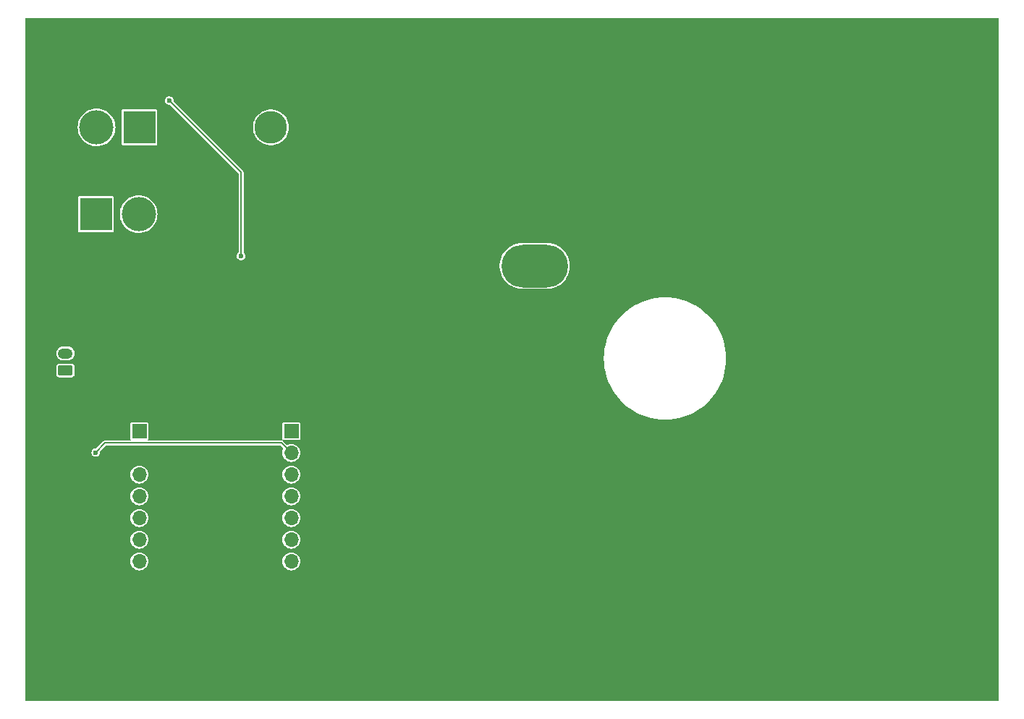
<source format=gbr>
%TF.GenerationSoftware,KiCad,Pcbnew,8.0.4*%
%TF.CreationDate,2025-02-03T15:53:43-05:00*%
%TF.ProjectId,AerospaceBigButton,4165726f-7370-4616-9365-426967427574,rev?*%
%TF.SameCoordinates,Original*%
%TF.FileFunction,Copper,L2,Bot*%
%TF.FilePolarity,Positive*%
%FSLAX46Y46*%
G04 Gerber Fmt 4.6, Leading zero omitted, Abs format (unit mm)*
G04 Created by KiCad (PCBNEW 8.0.4) date 2025-02-03 15:53:43*
%MOMM*%
%LPD*%
G01*
G04 APERTURE LIST*
G04 Aperture macros list*
%AMRoundRect*
0 Rectangle with rounded corners*
0 $1 Rounding radius*
0 $2 $3 $4 $5 $6 $7 $8 $9 X,Y pos of 4 corners*
0 Add a 4 corners polygon primitive as box body*
4,1,4,$2,$3,$4,$5,$6,$7,$8,$9,$2,$3,0*
0 Add four circle primitives for the rounded corners*
1,1,$1+$1,$2,$3*
1,1,$1+$1,$4,$5*
1,1,$1+$1,$6,$7*
1,1,$1+$1,$8,$9*
0 Add four rect primitives between the rounded corners*
20,1,$1+$1,$2,$3,$4,$5,0*
20,1,$1+$1,$4,$5,$6,$7,0*
20,1,$1+$1,$6,$7,$8,$9,0*
20,1,$1+$1,$8,$9,$2,$3,0*%
G04 Aperture macros list end*
%TA.AperFunction,ComponentPad*%
%ADD10C,3.600000*%
%TD*%
%TA.AperFunction,ConnectorPad*%
%ADD11C,5.600000*%
%TD*%
%TA.AperFunction,ComponentPad*%
%ADD12RoundRect,0.250000X0.625000X-0.350000X0.625000X0.350000X-0.625000X0.350000X-0.625000X-0.350000X0*%
%TD*%
%TA.AperFunction,ComponentPad*%
%ADD13O,1.750000X1.200000*%
%TD*%
%TA.AperFunction,ComponentPad*%
%ADD14R,3.800000X3.800000*%
%TD*%
%TA.AperFunction,ComponentPad*%
%ADD15C,3.800000*%
%TD*%
%TA.AperFunction,ComponentPad*%
%ADD16O,7.800000X5.000000*%
%TD*%
%TA.AperFunction,ComponentPad*%
%ADD17O,9.400000X5.000000*%
%TD*%
%TA.AperFunction,ComponentPad*%
%ADD18C,4.000000*%
%TD*%
%TA.AperFunction,ComponentPad*%
%ADD19R,1.700000X1.700000*%
%TD*%
%TA.AperFunction,ComponentPad*%
%ADD20O,1.700000X1.700000*%
%TD*%
%TA.AperFunction,ViaPad*%
%ADD21C,0.600000*%
%TD*%
%TA.AperFunction,Conductor*%
%ADD22C,0.200000*%
%TD*%
G04 APERTURE END LIST*
D10*
%TO.P,H4,1,1*%
%TO.N,GND*%
X55000000Y-90000000D03*
D11*
X55000000Y-90000000D03*
%TD*%
D10*
%TO.P,H1,1,1*%
%TO.N,GND*%
X55000000Y-20000000D03*
D11*
X55000000Y-20000000D03*
%TD*%
D12*
%TO.P,J6,1,Pin_1*%
%TO.N,Net-(J6-Pin_1)*%
X54850000Y-56400000D03*
D13*
%TO.P,J6,2,Pin_2*%
%TO.N,+5V*%
X54850000Y-54400000D03*
%TO.P,J6,3,Pin_3*%
%TO.N,GND*%
X54850000Y-52400000D03*
%TD*%
D14*
%TO.P,J3,1,Pin_1*%
%TO.N,GND*%
X83900000Y-27940000D03*
D15*
%TO.P,J3,2,Pin_2*%
%TO.N,VCC*%
X78900000Y-27940000D03*
%TD*%
D10*
%TO.P,H3,1,1*%
%TO.N,GND*%
X160000000Y-90000000D03*
D11*
X160000000Y-90000000D03*
%TD*%
D16*
%TO.P,SW1,1,A*%
%TO.N,/BIGSWITCH*%
X109760000Y-44150000D03*
D17*
%TO.P,SW1,2,B*%
%TO.N,GND*%
X135160000Y-34260000D03*
%TD*%
D10*
%TO.P,H2,1,1*%
%TO.N,GND*%
X160000000Y-20000000D03*
D11*
X160000000Y-20000000D03*
%TD*%
D14*
%TO.P,J5,1,Pin_1*%
%TO.N,/PYRO*%
X58420000Y-38100000D03*
D18*
%TO.P,J5,2,Pin_2*%
%TO.N,VCC*%
X63420000Y-38100000D03*
%TD*%
D19*
%TO.P,J1,1,Pin_1*%
%TO.N,+5V*%
X63500000Y-63500000D03*
D20*
%TO.P,J1,2,Pin_2*%
%TO.N,GND*%
X63500000Y-66040000D03*
%TO.P,J1,3,Pin_3*%
%TO.N,+3V3*%
X63500000Y-68580000D03*
%TO.P,J1,4,Pin_4*%
%TO.N,unconnected-(J1-Pin_4-Pad4)*%
X63500000Y-71120000D03*
%TO.P,J1,5,Pin_5*%
%TO.N,unconnected-(J1-Pin_5-Pad5)*%
X63500000Y-73660000D03*
%TO.P,J1,6,Pin_6*%
%TO.N,unconnected-(J1-Pin_6-Pad6)*%
X63500000Y-76200000D03*
%TO.P,J1,7,Pin_7*%
%TO.N,unconnected-(J1-Pin_7-Pad7)*%
X63500000Y-78740000D03*
%TD*%
D14*
%TO.P,J4,1,Pin_1*%
%TO.N,Net-(J4-Pin_1)*%
X63500000Y-27940000D03*
D18*
%TO.P,J4,2,Pin_2*%
%TO.N,/PYRO*%
X58500000Y-27940000D03*
%TD*%
D19*
%TO.P,J2,1,Pin_1*%
%TO.N,/VINSENSE*%
X81280000Y-63500000D03*
D20*
%TO.P,J2,2,Pin_2*%
%TO.N,/ARMED*%
X81280000Y-66040000D03*
%TO.P,J2,3,Pin_3*%
%TO.N,/CONT*%
X81280000Y-68580000D03*
%TO.P,J2,4,Pin_4*%
%TO.N,unconnected-(J2-Pin_4-Pad4)*%
X81280000Y-71120000D03*
%TO.P,J2,5,Pin_5*%
%TO.N,/FIRE*%
X81280000Y-73660000D03*
%TO.P,J2,6,Pin_6*%
%TO.N,/BIGSWITCH*%
X81280000Y-76200000D03*
%TO.P,J2,7,Pin_7*%
%TO.N,unconnected-(J2-Pin_7-Pad7)*%
X81280000Y-78740000D03*
%TD*%
D21*
%TO.N,/ARMED*%
X58400000Y-66000000D03*
%TO.N,GND*%
X152400000Y-50000000D03*
X52000000Y-38800000D03*
X119000000Y-89800000D03*
X86800000Y-20400000D03*
X64000000Y-19000000D03*
X61600000Y-58800000D03*
X71600000Y-87200000D03*
X72400000Y-57200000D03*
X110000000Y-74400000D03*
X159400000Y-27000000D03*
X66400000Y-22600000D03*
X79800000Y-49600000D03*
X115400000Y-65400000D03*
X50800000Y-47800000D03*
X69200000Y-20800000D03*
X115400000Y-19000000D03*
X53000000Y-31000000D03*
X59200000Y-69000000D03*
X125400000Y-77600000D03*
X51000000Y-66800000D03*
X86600000Y-32800000D03*
X91000000Y-41000000D03*
X142800000Y-74000000D03*
X122600000Y-34600000D03*
X69000000Y-81000000D03*
X85000000Y-23200000D03*
X92200000Y-84600000D03*
X60200000Y-89200000D03*
X76400000Y-23000000D03*
X73600000Y-68800000D03*
X98200000Y-19000000D03*
X148800000Y-26800000D03*
%TO.N,Net-(J4-Pin_1)*%
X75400000Y-43000000D03*
X67000000Y-24800000D03*
%TD*%
D22*
%TO.N,/ARMED*%
X80130000Y-64890000D02*
X81280000Y-66040000D01*
X59510000Y-64890000D02*
X80130000Y-64890000D01*
X58400000Y-66000000D02*
X59510000Y-64890000D01*
%TO.N,Net-(J4-Pin_1)*%
X75400000Y-43000000D02*
X75400000Y-33200000D01*
X75400000Y-33200000D02*
X67000000Y-24800000D01*
%TD*%
%TA.AperFunction,Conductor*%
%TO.N,GND*%
G36*
X164007826Y-15172174D02*
G01*
X164029500Y-15224500D01*
X164029500Y-95015500D01*
X164007826Y-95067826D01*
X163955500Y-95089500D01*
X50224500Y-95089500D01*
X50172174Y-95067826D01*
X50150500Y-95015500D01*
X50150500Y-78740000D01*
X62444417Y-78740000D01*
X62464700Y-78945934D01*
X62524768Y-79143954D01*
X62622315Y-79326450D01*
X62753590Y-79486410D01*
X62913550Y-79617685D01*
X63096046Y-79715232D01*
X63294066Y-79775300D01*
X63500000Y-79795583D01*
X63705934Y-79775300D01*
X63903954Y-79715232D01*
X64086450Y-79617685D01*
X64246410Y-79486410D01*
X64377685Y-79326450D01*
X64475232Y-79143954D01*
X64535300Y-78945934D01*
X64555583Y-78740000D01*
X80224417Y-78740000D01*
X80244700Y-78945934D01*
X80304768Y-79143954D01*
X80402315Y-79326450D01*
X80533590Y-79486410D01*
X80693550Y-79617685D01*
X80876046Y-79715232D01*
X81074066Y-79775300D01*
X81280000Y-79795583D01*
X81485934Y-79775300D01*
X81683954Y-79715232D01*
X81866450Y-79617685D01*
X82026410Y-79486410D01*
X82157685Y-79326450D01*
X82255232Y-79143954D01*
X82315300Y-78945934D01*
X82335583Y-78740000D01*
X82315300Y-78534066D01*
X82255232Y-78336046D01*
X82157685Y-78153550D01*
X82026410Y-77993590D01*
X81866450Y-77862315D01*
X81683954Y-77764768D01*
X81572158Y-77730855D01*
X81485935Y-77704700D01*
X81280000Y-77684417D01*
X81074064Y-77704700D01*
X80876043Y-77764769D01*
X80693549Y-77862315D01*
X80533590Y-77993589D01*
X80533589Y-77993590D01*
X80402315Y-78153549D01*
X80304769Y-78336043D01*
X80244700Y-78534064D01*
X80244700Y-78534066D01*
X80224417Y-78740000D01*
X64555583Y-78740000D01*
X64535300Y-78534066D01*
X64475232Y-78336046D01*
X64377685Y-78153550D01*
X64246410Y-77993590D01*
X64086450Y-77862315D01*
X63903954Y-77764768D01*
X63792158Y-77730855D01*
X63705935Y-77704700D01*
X63500000Y-77684417D01*
X63294064Y-77704700D01*
X63096043Y-77764769D01*
X62913549Y-77862315D01*
X62753590Y-77993589D01*
X62753589Y-77993590D01*
X62622315Y-78153549D01*
X62524769Y-78336043D01*
X62464700Y-78534064D01*
X62464700Y-78534066D01*
X62444417Y-78740000D01*
X50150500Y-78740000D01*
X50150500Y-76200000D01*
X62444417Y-76200000D01*
X62464700Y-76405934D01*
X62524768Y-76603954D01*
X62622315Y-76786450D01*
X62753590Y-76946410D01*
X62913550Y-77077685D01*
X63096046Y-77175232D01*
X63294066Y-77235300D01*
X63500000Y-77255583D01*
X63705934Y-77235300D01*
X63903954Y-77175232D01*
X64086450Y-77077685D01*
X64246410Y-76946410D01*
X64377685Y-76786450D01*
X64475232Y-76603954D01*
X64535300Y-76405934D01*
X64555583Y-76200000D01*
X80224417Y-76200000D01*
X80244700Y-76405934D01*
X80304768Y-76603954D01*
X80402315Y-76786450D01*
X80533590Y-76946410D01*
X80693550Y-77077685D01*
X80876046Y-77175232D01*
X81074066Y-77235300D01*
X81280000Y-77255583D01*
X81485934Y-77235300D01*
X81683954Y-77175232D01*
X81866450Y-77077685D01*
X82026410Y-76946410D01*
X82157685Y-76786450D01*
X82255232Y-76603954D01*
X82315300Y-76405934D01*
X82335583Y-76200000D01*
X82315300Y-75994066D01*
X82255232Y-75796046D01*
X82157685Y-75613550D01*
X82026410Y-75453590D01*
X81866450Y-75322315D01*
X81683954Y-75224768D01*
X81572158Y-75190855D01*
X81485935Y-75164700D01*
X81280000Y-75144417D01*
X81074064Y-75164700D01*
X80876043Y-75224769D01*
X80693549Y-75322315D01*
X80533590Y-75453589D01*
X80533589Y-75453590D01*
X80402315Y-75613549D01*
X80304769Y-75796043D01*
X80244700Y-75994064D01*
X80244700Y-75994066D01*
X80224417Y-76200000D01*
X64555583Y-76200000D01*
X64535300Y-75994066D01*
X64475232Y-75796046D01*
X64377685Y-75613550D01*
X64246410Y-75453590D01*
X64086450Y-75322315D01*
X63903954Y-75224768D01*
X63792158Y-75190855D01*
X63705935Y-75164700D01*
X63500000Y-75144417D01*
X63294064Y-75164700D01*
X63096043Y-75224769D01*
X62913549Y-75322315D01*
X62753590Y-75453589D01*
X62753589Y-75453590D01*
X62622315Y-75613549D01*
X62524769Y-75796043D01*
X62464700Y-75994064D01*
X62464700Y-75994066D01*
X62444417Y-76200000D01*
X50150500Y-76200000D01*
X50150500Y-73660000D01*
X62444417Y-73660000D01*
X62464700Y-73865934D01*
X62524768Y-74063954D01*
X62622315Y-74246450D01*
X62753590Y-74406410D01*
X62913550Y-74537685D01*
X63096046Y-74635232D01*
X63294066Y-74695300D01*
X63500000Y-74715583D01*
X63705934Y-74695300D01*
X63903954Y-74635232D01*
X64086450Y-74537685D01*
X64246410Y-74406410D01*
X64377685Y-74246450D01*
X64475232Y-74063954D01*
X64535300Y-73865934D01*
X64555583Y-73660000D01*
X80224417Y-73660000D01*
X80244700Y-73865934D01*
X80304768Y-74063954D01*
X80402315Y-74246450D01*
X80533590Y-74406410D01*
X80693550Y-74537685D01*
X80876046Y-74635232D01*
X81074066Y-74695300D01*
X81280000Y-74715583D01*
X81485934Y-74695300D01*
X81683954Y-74635232D01*
X81866450Y-74537685D01*
X82026410Y-74406410D01*
X82157685Y-74246450D01*
X82255232Y-74063954D01*
X82315300Y-73865934D01*
X82335583Y-73660000D01*
X82315300Y-73454066D01*
X82255232Y-73256046D01*
X82157685Y-73073550D01*
X82026410Y-72913590D01*
X81866450Y-72782315D01*
X81683954Y-72684768D01*
X81572158Y-72650855D01*
X81485935Y-72624700D01*
X81280000Y-72604417D01*
X81074064Y-72624700D01*
X80876043Y-72684769D01*
X80693549Y-72782315D01*
X80533590Y-72913589D01*
X80533589Y-72913590D01*
X80402315Y-73073549D01*
X80304769Y-73256043D01*
X80244700Y-73454064D01*
X80244700Y-73454066D01*
X80224417Y-73660000D01*
X64555583Y-73660000D01*
X64535300Y-73454066D01*
X64475232Y-73256046D01*
X64377685Y-73073550D01*
X64246410Y-72913590D01*
X64086450Y-72782315D01*
X63903954Y-72684768D01*
X63792158Y-72650855D01*
X63705935Y-72624700D01*
X63500000Y-72604417D01*
X63294064Y-72624700D01*
X63096043Y-72684769D01*
X62913549Y-72782315D01*
X62753590Y-72913589D01*
X62753589Y-72913590D01*
X62622315Y-73073549D01*
X62524769Y-73256043D01*
X62464700Y-73454064D01*
X62464700Y-73454066D01*
X62444417Y-73660000D01*
X50150500Y-73660000D01*
X50150500Y-71120000D01*
X62444417Y-71120000D01*
X62464700Y-71325934D01*
X62524768Y-71523954D01*
X62622315Y-71706450D01*
X62753590Y-71866410D01*
X62913550Y-71997685D01*
X63096046Y-72095232D01*
X63294066Y-72155300D01*
X63500000Y-72175583D01*
X63705934Y-72155300D01*
X63903954Y-72095232D01*
X64086450Y-71997685D01*
X64246410Y-71866410D01*
X64377685Y-71706450D01*
X64475232Y-71523954D01*
X64535300Y-71325934D01*
X64555583Y-71120000D01*
X80224417Y-71120000D01*
X80244700Y-71325934D01*
X80304768Y-71523954D01*
X80402315Y-71706450D01*
X80533590Y-71866410D01*
X80693550Y-71997685D01*
X80876046Y-72095232D01*
X81074066Y-72155300D01*
X81280000Y-72175583D01*
X81485934Y-72155300D01*
X81683954Y-72095232D01*
X81866450Y-71997685D01*
X82026410Y-71866410D01*
X82157685Y-71706450D01*
X82255232Y-71523954D01*
X82315300Y-71325934D01*
X82335583Y-71120000D01*
X82315300Y-70914066D01*
X82255232Y-70716046D01*
X82157685Y-70533550D01*
X82026410Y-70373590D01*
X81866450Y-70242315D01*
X81683954Y-70144768D01*
X81572158Y-70110855D01*
X81485935Y-70084700D01*
X81280000Y-70064417D01*
X81074064Y-70084700D01*
X80876043Y-70144769D01*
X80693549Y-70242315D01*
X80533590Y-70373589D01*
X80533589Y-70373590D01*
X80402315Y-70533549D01*
X80304769Y-70716043D01*
X80244700Y-70914064D01*
X80244700Y-70914066D01*
X80224417Y-71120000D01*
X64555583Y-71120000D01*
X64535300Y-70914066D01*
X64475232Y-70716046D01*
X64377685Y-70533550D01*
X64246410Y-70373590D01*
X64086450Y-70242315D01*
X63903954Y-70144768D01*
X63792158Y-70110855D01*
X63705935Y-70084700D01*
X63500000Y-70064417D01*
X63294064Y-70084700D01*
X63096043Y-70144769D01*
X62913549Y-70242315D01*
X62753590Y-70373589D01*
X62753589Y-70373590D01*
X62622315Y-70533549D01*
X62524769Y-70716043D01*
X62464700Y-70914064D01*
X62464700Y-70914066D01*
X62444417Y-71120000D01*
X50150500Y-71120000D01*
X50150500Y-68580000D01*
X62444417Y-68580000D01*
X62464700Y-68785934D01*
X62524768Y-68983954D01*
X62622315Y-69166450D01*
X62753590Y-69326410D01*
X62913550Y-69457685D01*
X63096046Y-69555232D01*
X63294066Y-69615300D01*
X63500000Y-69635583D01*
X63705934Y-69615300D01*
X63903954Y-69555232D01*
X64086450Y-69457685D01*
X64246410Y-69326410D01*
X64377685Y-69166450D01*
X64475232Y-68983954D01*
X64535300Y-68785934D01*
X64555583Y-68580000D01*
X80224417Y-68580000D01*
X80244700Y-68785934D01*
X80304768Y-68983954D01*
X80402315Y-69166450D01*
X80533590Y-69326410D01*
X80693550Y-69457685D01*
X80876046Y-69555232D01*
X81074066Y-69615300D01*
X81280000Y-69635583D01*
X81485934Y-69615300D01*
X81683954Y-69555232D01*
X81866450Y-69457685D01*
X82026410Y-69326410D01*
X82157685Y-69166450D01*
X82255232Y-68983954D01*
X82315300Y-68785934D01*
X82335583Y-68580000D01*
X82315300Y-68374066D01*
X82255232Y-68176046D01*
X82157685Y-67993550D01*
X82026410Y-67833590D01*
X81866450Y-67702315D01*
X81683954Y-67604768D01*
X81572158Y-67570855D01*
X81485935Y-67544700D01*
X81280000Y-67524417D01*
X81074064Y-67544700D01*
X80876043Y-67604769D01*
X80693549Y-67702315D01*
X80533590Y-67833589D01*
X80533589Y-67833590D01*
X80402315Y-67993549D01*
X80304769Y-68176043D01*
X80244700Y-68374064D01*
X80244700Y-68374066D01*
X80224417Y-68580000D01*
X64555583Y-68580000D01*
X64535300Y-68374066D01*
X64475232Y-68176046D01*
X64377685Y-67993550D01*
X64246410Y-67833590D01*
X64086450Y-67702315D01*
X63903954Y-67604768D01*
X63792158Y-67570855D01*
X63705935Y-67544700D01*
X63500000Y-67524417D01*
X63294064Y-67544700D01*
X63096043Y-67604769D01*
X62913549Y-67702315D01*
X62753590Y-67833589D01*
X62753589Y-67833590D01*
X62622315Y-67993549D01*
X62524769Y-68176043D01*
X62464700Y-68374064D01*
X62464700Y-68374066D01*
X62444417Y-68580000D01*
X50150500Y-68580000D01*
X50150500Y-66000000D01*
X57894353Y-66000000D01*
X57914834Y-66142454D01*
X57974623Y-66273373D01*
X58068868Y-66382139D01*
X58068869Y-66382140D01*
X58068872Y-66382143D01*
X58189947Y-66459953D01*
X58296403Y-66491211D01*
X58328035Y-66500499D01*
X58328037Y-66500500D01*
X58328039Y-66500500D01*
X58471963Y-66500500D01*
X58471964Y-66500499D01*
X58610053Y-66459953D01*
X58731128Y-66382143D01*
X58825377Y-66273373D01*
X58885165Y-66142457D01*
X58905647Y-66000000D01*
X58900776Y-65966128D01*
X58914782Y-65911253D01*
X58921690Y-65903279D01*
X59612797Y-65212174D01*
X59665123Y-65190500D01*
X79974877Y-65190500D01*
X80027203Y-65212174D01*
X80316922Y-65501893D01*
X80338596Y-65554219D01*
X80329859Y-65589101D01*
X80304769Y-65636043D01*
X80244700Y-65834064D01*
X80228357Y-66000000D01*
X80224417Y-66040000D01*
X80244700Y-66245934D01*
X80304768Y-66443954D01*
X80402315Y-66626450D01*
X80533590Y-66786410D01*
X80693550Y-66917685D01*
X80876046Y-67015232D01*
X81074066Y-67075300D01*
X81280000Y-67095583D01*
X81485934Y-67075300D01*
X81683954Y-67015232D01*
X81866450Y-66917685D01*
X82026410Y-66786410D01*
X82157685Y-66626450D01*
X82255232Y-66443954D01*
X82315300Y-66245934D01*
X82335583Y-66040000D01*
X82315300Y-65834066D01*
X82255232Y-65636046D01*
X82157685Y-65453550D01*
X82026410Y-65293590D01*
X81866450Y-65162315D01*
X81683954Y-65064768D01*
X81572158Y-65030855D01*
X81485935Y-65004700D01*
X81280000Y-64984417D01*
X81074064Y-65004700D01*
X80876043Y-65064769D01*
X80829101Y-65089859D01*
X80772736Y-65095409D01*
X80741893Y-65076922D01*
X80339601Y-64674630D01*
X80317927Y-64622304D01*
X80339601Y-64569978D01*
X80391927Y-64548304D01*
X80406354Y-64549724D01*
X80410252Y-64550500D01*
X80410257Y-64550500D01*
X82149746Y-64550500D01*
X82149748Y-64550500D01*
X82208231Y-64538867D01*
X82274552Y-64494552D01*
X82318867Y-64428231D01*
X82330500Y-64369748D01*
X82330500Y-62630252D01*
X82318867Y-62571769D01*
X82274552Y-62505448D01*
X82252343Y-62490608D01*
X82208232Y-62461133D01*
X82208233Y-62461133D01*
X82178989Y-62455316D01*
X82149748Y-62449500D01*
X80410252Y-62449500D01*
X80381010Y-62455316D01*
X80351767Y-62461133D01*
X80285449Y-62505447D01*
X80285447Y-62505449D01*
X80241133Y-62571767D01*
X80229500Y-62630253D01*
X80229500Y-64369746D01*
X80241133Y-64428232D01*
X80278765Y-64484551D01*
X80289815Y-64540100D01*
X80258350Y-64587192D01*
X80202801Y-64598242D01*
X80198084Y-64597142D01*
X80169564Y-64589500D01*
X80169562Y-64589500D01*
X64569554Y-64589500D01*
X64517228Y-64567826D01*
X64495554Y-64515500D01*
X64508026Y-64474387D01*
X64538866Y-64428232D01*
X64538865Y-64428232D01*
X64538867Y-64428231D01*
X64550500Y-64369748D01*
X64550500Y-62630252D01*
X64538867Y-62571769D01*
X64494552Y-62505448D01*
X64472343Y-62490608D01*
X64428232Y-62461133D01*
X64428233Y-62461133D01*
X64398989Y-62455316D01*
X64369748Y-62449500D01*
X62630252Y-62449500D01*
X62601010Y-62455316D01*
X62571767Y-62461133D01*
X62505449Y-62505447D01*
X62505447Y-62505449D01*
X62461133Y-62571767D01*
X62449500Y-62630253D01*
X62449500Y-64369746D01*
X62461133Y-64428232D01*
X62491974Y-64474387D01*
X62503024Y-64529935D01*
X62471559Y-64577028D01*
X62430446Y-64589500D01*
X59470436Y-64589500D01*
X59394014Y-64609977D01*
X59394009Y-64609979D01*
X59325488Y-64649540D01*
X58497202Y-65477826D01*
X58444876Y-65499500D01*
X58328036Y-65499500D01*
X58189949Y-65540046D01*
X58189945Y-65540047D01*
X58068875Y-65617855D01*
X58068868Y-65617860D01*
X57974623Y-65726626D01*
X57914834Y-65857545D01*
X57894353Y-66000000D01*
X50150500Y-66000000D01*
X50150500Y-55995734D01*
X53774500Y-55995734D01*
X53774500Y-56804266D01*
X53777354Y-56834699D01*
X53777354Y-56834701D01*
X53777355Y-56834704D01*
X53822206Y-56962881D01*
X53822207Y-56962883D01*
X53902846Y-57072146D01*
X53902853Y-57072153D01*
X54012116Y-57152792D01*
X54012118Y-57152793D01*
X54140295Y-57197644D01*
X54140301Y-57197646D01*
X54170734Y-57200500D01*
X54170741Y-57200500D01*
X55529258Y-57200500D01*
X55529266Y-57200500D01*
X55559699Y-57197646D01*
X55687882Y-57152793D01*
X55797150Y-57072150D01*
X55877793Y-56962882D01*
X55922646Y-56834699D01*
X55925500Y-56804266D01*
X55925500Y-55995734D01*
X55922646Y-55965301D01*
X55877793Y-55837118D01*
X55877792Y-55837116D01*
X55797153Y-55727853D01*
X55797146Y-55727846D01*
X55687883Y-55647207D01*
X55687881Y-55647206D01*
X55559704Y-55602355D01*
X55559705Y-55602355D01*
X55559700Y-55602354D01*
X55559699Y-55602354D01*
X55529266Y-55599500D01*
X54170734Y-55599500D01*
X54140301Y-55602354D01*
X54140299Y-55602354D01*
X54140295Y-55602355D01*
X54012118Y-55647206D01*
X54012116Y-55647207D01*
X53902853Y-55727846D01*
X53902846Y-55727853D01*
X53822207Y-55837116D01*
X53822206Y-55837118D01*
X53777355Y-55965295D01*
X53777354Y-55965299D01*
X53777354Y-55965301D01*
X53774500Y-55995734D01*
X50150500Y-55995734D01*
X50150500Y-54321159D01*
X53774500Y-54321159D01*
X53774500Y-54478840D01*
X53805261Y-54633491D01*
X53805264Y-54633501D01*
X53865603Y-54779174D01*
X53865605Y-54779177D01*
X53865606Y-54779179D01*
X53953211Y-54910289D01*
X54064711Y-55021789D01*
X54195821Y-55109394D01*
X54195826Y-55109396D01*
X54195825Y-55109396D01*
X54341498Y-55169735D01*
X54341503Y-55169737D01*
X54496158Y-55200500D01*
X54496160Y-55200500D01*
X55203840Y-55200500D01*
X55203842Y-55200500D01*
X55358497Y-55169737D01*
X55504179Y-55109394D01*
X55635289Y-55021789D01*
X55657085Y-54999993D01*
X117844496Y-54999993D01*
X117844496Y-55000006D01*
X117864502Y-55534716D01*
X117864503Y-55534727D01*
X117924416Y-56066465D01*
X117924417Y-56066475D01*
X118023897Y-56592243D01*
X118023902Y-56592264D01*
X118162393Y-57109118D01*
X118320325Y-57560460D01*
X118339129Y-57614199D01*
X118553114Y-58104657D01*
X118803152Y-58577752D01*
X119087845Y-59030839D01*
X119405602Y-59461384D01*
X119754644Y-59866979D01*
X120133021Y-60245356D01*
X120538616Y-60594398D01*
X120969161Y-60912155D01*
X121422239Y-61196842D01*
X121422239Y-61196843D01*
X121422245Y-61196846D01*
X121422248Y-61196848D01*
X121895343Y-61446886D01*
X122385801Y-61660871D01*
X122795721Y-61804308D01*
X122890881Y-61837606D01*
X123407735Y-61976097D01*
X123407744Y-61976099D01*
X123407751Y-61976101D01*
X123933527Y-62075583D01*
X124465269Y-62135496D01*
X124465274Y-62135496D01*
X124465283Y-62135497D01*
X124999993Y-62155504D01*
X125000000Y-62155504D01*
X125000007Y-62155504D01*
X125534716Y-62135497D01*
X125534724Y-62135496D01*
X125534731Y-62135496D01*
X126066473Y-62075583D01*
X126592249Y-61976101D01*
X127109122Y-61837605D01*
X127614199Y-61660871D01*
X128104657Y-61446886D01*
X128577752Y-61196848D01*
X129030839Y-60912155D01*
X129461384Y-60594398D01*
X129866979Y-60245356D01*
X130245356Y-59866979D01*
X130594398Y-59461384D01*
X130912155Y-59030839D01*
X131196848Y-58577752D01*
X131446886Y-58104657D01*
X131660871Y-57614199D01*
X131837605Y-57109122D01*
X131976101Y-56592249D01*
X132075583Y-56066473D01*
X132135496Y-55534731D01*
X132135886Y-55524324D01*
X132155504Y-55000006D01*
X132155504Y-54999993D01*
X132135497Y-54465283D01*
X132135496Y-54465272D01*
X132135496Y-54465269D01*
X132075583Y-53933527D01*
X131976101Y-53407751D01*
X131848989Y-52933365D01*
X131837606Y-52890881D01*
X131837605Y-52890878D01*
X131660871Y-52385801D01*
X131446886Y-51895343D01*
X131196848Y-51422248D01*
X130912155Y-50969161D01*
X130594398Y-50538616D01*
X130245356Y-50133021D01*
X129866979Y-49754644D01*
X129461384Y-49405602D01*
X129030839Y-49087845D01*
X128577760Y-48803157D01*
X128577760Y-48803156D01*
X128461425Y-48741671D01*
X128104657Y-48553114D01*
X127614199Y-48339129D01*
X127433184Y-48275789D01*
X127109118Y-48162393D01*
X126592264Y-48023902D01*
X126592243Y-48023897D01*
X126066475Y-47924417D01*
X126066465Y-47924416D01*
X125534727Y-47864503D01*
X125534716Y-47864502D01*
X125000007Y-47844496D01*
X124999993Y-47844496D01*
X124465283Y-47864502D01*
X124465272Y-47864503D01*
X123933534Y-47924416D01*
X123933524Y-47924417D01*
X123407756Y-48023897D01*
X123407735Y-48023902D01*
X122890881Y-48162393D01*
X122385803Y-48339128D01*
X121895349Y-48553111D01*
X121422239Y-48803156D01*
X121422239Y-48803157D01*
X120969158Y-49087847D01*
X120969156Y-49087848D01*
X120538609Y-49405607D01*
X120133019Y-49754645D01*
X119754645Y-50133019D01*
X119405607Y-50538609D01*
X119087848Y-50969156D01*
X119087847Y-50969158D01*
X118803157Y-51422239D01*
X118803156Y-51422239D01*
X118553111Y-51895349D01*
X118339128Y-52385803D01*
X118162393Y-52890881D01*
X118023902Y-53407735D01*
X118023897Y-53407756D01*
X117924417Y-53933524D01*
X117924416Y-53933534D01*
X117864503Y-54465272D01*
X117864502Y-54465283D01*
X117844496Y-54999993D01*
X55657085Y-54999993D01*
X55746789Y-54910289D01*
X55834394Y-54779179D01*
X55894737Y-54633497D01*
X55925500Y-54478842D01*
X55925500Y-54321158D01*
X55894737Y-54166503D01*
X55834394Y-54020821D01*
X55746789Y-53889711D01*
X55635289Y-53778211D01*
X55504179Y-53690606D01*
X55504175Y-53690604D01*
X55504173Y-53690603D01*
X55504174Y-53690603D01*
X55358501Y-53630264D01*
X55358491Y-53630261D01*
X55254925Y-53609661D01*
X55203842Y-53599500D01*
X54496158Y-53599500D01*
X54452315Y-53608220D01*
X54341508Y-53630261D01*
X54341498Y-53630264D01*
X54195825Y-53690603D01*
X54064711Y-53778210D01*
X54064710Y-53778212D01*
X53953212Y-53889710D01*
X53953210Y-53889711D01*
X53865603Y-54020825D01*
X53805264Y-54166498D01*
X53805261Y-54166508D01*
X53774500Y-54321159D01*
X50150500Y-54321159D01*
X50150500Y-43998346D01*
X105659500Y-43998346D01*
X105659500Y-44301653D01*
X105693460Y-44603065D01*
X105760952Y-44898767D01*
X105760956Y-44898779D01*
X105861130Y-45185061D01*
X105861132Y-45185065D01*
X105992735Y-45458341D01*
X106154108Y-45715164D01*
X106343221Y-45952304D01*
X106557696Y-46166779D01*
X106794836Y-46355892D01*
X107051659Y-46517265D01*
X107324935Y-46648868D01*
X107611228Y-46749046D01*
X107906937Y-46816540D01*
X108208343Y-46850500D01*
X108208347Y-46850500D01*
X111311653Y-46850500D01*
X111311657Y-46850500D01*
X111613063Y-46816540D01*
X111908772Y-46749046D01*
X112195065Y-46648868D01*
X112468341Y-46517265D01*
X112725164Y-46355892D01*
X112962304Y-46166779D01*
X113176779Y-45952304D01*
X113365892Y-45715164D01*
X113527265Y-45458341D01*
X113658868Y-45185065D01*
X113759046Y-44898772D01*
X113826540Y-44603063D01*
X113860500Y-44301657D01*
X113860500Y-43998343D01*
X113826540Y-43696937D01*
X113759046Y-43401228D01*
X113658868Y-43114935D01*
X113527265Y-42841659D01*
X113365892Y-42584836D01*
X113176779Y-42347696D01*
X112962304Y-42133221D01*
X112725164Y-41944108D01*
X112468341Y-41782735D01*
X112195065Y-41651132D01*
X112195061Y-41651130D01*
X111908779Y-41550956D01*
X111908767Y-41550952D01*
X111613063Y-41483460D01*
X111613066Y-41483460D01*
X111483889Y-41468905D01*
X111311657Y-41449500D01*
X108208343Y-41449500D01*
X108036111Y-41468905D01*
X107906934Y-41483460D01*
X107611232Y-41550952D01*
X107611220Y-41550956D01*
X107324938Y-41651130D01*
X107051660Y-41782734D01*
X106794835Y-41944108D01*
X106557696Y-42133220D01*
X106343220Y-42347696D01*
X106154108Y-42584835D01*
X105992734Y-42841660D01*
X105861130Y-43114938D01*
X105760956Y-43401220D01*
X105760952Y-43401232D01*
X105693460Y-43696934D01*
X105659500Y-43998346D01*
X50150500Y-43998346D01*
X50150500Y-36180253D01*
X56319500Y-36180253D01*
X56319500Y-40019746D01*
X56331133Y-40078232D01*
X56360608Y-40122343D01*
X56375448Y-40144552D01*
X56419560Y-40174027D01*
X56441767Y-40188866D01*
X56441768Y-40188866D01*
X56441769Y-40188867D01*
X56500252Y-40200500D01*
X56500254Y-40200500D01*
X60339746Y-40200500D01*
X60339748Y-40200500D01*
X60398231Y-40188867D01*
X60464552Y-40144552D01*
X60508867Y-40078231D01*
X60520500Y-40019748D01*
X60520500Y-38100000D01*
X61214778Y-38100000D01*
X61233644Y-38387839D01*
X61233644Y-38387843D01*
X61233645Y-38387846D01*
X61289916Y-38670744D01*
X61289920Y-38670756D01*
X61382641Y-38943903D01*
X61510221Y-39202609D01*
X61510227Y-39202620D01*
X61669764Y-39441382D01*
X61670480Y-39442454D01*
X61860673Y-39659327D01*
X62077546Y-39849520D01*
X62156779Y-39902462D01*
X62317379Y-40009772D01*
X62317384Y-40009775D01*
X62317389Y-40009778D01*
X62576098Y-40137359D01*
X62849247Y-40230081D01*
X62849251Y-40230081D01*
X62849255Y-40230083D01*
X62990704Y-40258218D01*
X63132161Y-40286356D01*
X63420000Y-40305222D01*
X63707839Y-40286356D01*
X63918136Y-40244525D01*
X63990744Y-40230083D01*
X63990745Y-40230082D01*
X63990753Y-40230081D01*
X64263902Y-40137359D01*
X64522611Y-40009778D01*
X64762454Y-39849520D01*
X64979327Y-39659327D01*
X65169520Y-39442454D01*
X65329778Y-39202611D01*
X65457359Y-38943902D01*
X65550081Y-38670753D01*
X65606356Y-38387839D01*
X65625222Y-38100000D01*
X65606356Y-37812161D01*
X65550081Y-37529247D01*
X65457359Y-37256098D01*
X65329778Y-36997389D01*
X65329775Y-36997384D01*
X65329772Y-36997379D01*
X65169521Y-36757548D01*
X65169520Y-36757546D01*
X64979327Y-36540673D01*
X64762454Y-36350480D01*
X64761382Y-36349764D01*
X64522620Y-36190227D01*
X64522609Y-36190221D01*
X64263903Y-36062641D01*
X63990756Y-35969920D01*
X63990744Y-35969916D01*
X63707846Y-35913645D01*
X63707843Y-35913644D01*
X63707839Y-35913644D01*
X63420000Y-35894778D01*
X63132161Y-35913644D01*
X63132157Y-35913644D01*
X63132153Y-35913645D01*
X62849255Y-35969916D01*
X62849243Y-35969920D01*
X62576096Y-36062641D01*
X62317390Y-36190221D01*
X62317379Y-36190227D01*
X62077548Y-36350478D01*
X61860673Y-36540673D01*
X61670478Y-36757548D01*
X61510227Y-36997379D01*
X61510221Y-36997390D01*
X61382641Y-37256096D01*
X61289920Y-37529243D01*
X61289916Y-37529255D01*
X61233645Y-37812153D01*
X61233644Y-37812157D01*
X61233644Y-37812161D01*
X61214778Y-38100000D01*
X60520500Y-38100000D01*
X60520500Y-36180252D01*
X60508867Y-36121769D01*
X60464552Y-36055448D01*
X60442343Y-36040608D01*
X60398232Y-36011133D01*
X60398233Y-36011133D01*
X60368989Y-36005316D01*
X60339748Y-35999500D01*
X56500252Y-35999500D01*
X56471010Y-36005316D01*
X56441767Y-36011133D01*
X56375449Y-36055447D01*
X56375447Y-36055449D01*
X56331133Y-36121767D01*
X56319500Y-36180253D01*
X50150500Y-36180253D01*
X50150500Y-27940000D01*
X56294778Y-27940000D01*
X56313644Y-28227839D01*
X56313644Y-28227843D01*
X56313645Y-28227846D01*
X56369916Y-28510744D01*
X56369920Y-28510756D01*
X56462641Y-28783903D01*
X56590221Y-29042609D01*
X56590227Y-29042620D01*
X56749764Y-29281382D01*
X56750480Y-29282454D01*
X56940673Y-29499327D01*
X57157546Y-29689520D01*
X57236779Y-29742462D01*
X57397379Y-29849772D01*
X57397384Y-29849775D01*
X57397389Y-29849778D01*
X57656098Y-29977359D01*
X57929247Y-30070081D01*
X57929251Y-30070081D01*
X57929255Y-30070083D01*
X58070704Y-30098218D01*
X58212161Y-30126356D01*
X58500000Y-30145222D01*
X58787839Y-30126356D01*
X58998136Y-30084525D01*
X59070744Y-30070083D01*
X59070745Y-30070082D01*
X59070753Y-30070081D01*
X59343902Y-29977359D01*
X59602611Y-29849778D01*
X59842454Y-29689520D01*
X60059327Y-29499327D01*
X60249520Y-29282454D01*
X60409778Y-29042611D01*
X60537359Y-28783902D01*
X60630081Y-28510753D01*
X60630621Y-28508041D01*
X60644525Y-28438136D01*
X60686356Y-28227839D01*
X60705222Y-27940000D01*
X60686356Y-27652161D01*
X60630624Y-27371976D01*
X60630083Y-27369255D01*
X60630081Y-27369251D01*
X60630081Y-27369247D01*
X60537359Y-27096098D01*
X60409778Y-26837389D01*
X60409775Y-26837384D01*
X60409772Y-26837379D01*
X60249521Y-26597548D01*
X60249520Y-26597546D01*
X60059327Y-26380673D01*
X59842454Y-26190480D01*
X59841382Y-26189764D01*
X59602620Y-26030227D01*
X59602609Y-26030221D01*
X59582396Y-26020253D01*
X61399500Y-26020253D01*
X61399500Y-29859746D01*
X61411133Y-29918232D01*
X61440608Y-29962343D01*
X61455448Y-29984552D01*
X61480619Y-30001371D01*
X61521767Y-30028866D01*
X61521768Y-30028866D01*
X61521769Y-30028867D01*
X61580252Y-30040500D01*
X61580254Y-30040500D01*
X65419746Y-30040500D01*
X65419748Y-30040500D01*
X65478231Y-30028867D01*
X65544552Y-29984552D01*
X65588867Y-29918231D01*
X65600500Y-29859748D01*
X65600500Y-26020252D01*
X65588867Y-25961769D01*
X65585116Y-25956156D01*
X65549358Y-25902641D01*
X65544552Y-25895448D01*
X65519380Y-25878628D01*
X65478232Y-25851133D01*
X65478233Y-25851133D01*
X65448989Y-25845316D01*
X65419748Y-25839500D01*
X61580252Y-25839500D01*
X61551010Y-25845316D01*
X61521767Y-25851133D01*
X61455449Y-25895447D01*
X61455447Y-25895449D01*
X61411133Y-25961767D01*
X61399500Y-26020253D01*
X59582396Y-26020253D01*
X59343903Y-25902641D01*
X59070756Y-25809920D01*
X59070744Y-25809916D01*
X58787846Y-25753645D01*
X58787843Y-25753644D01*
X58787839Y-25753644D01*
X58500000Y-25734778D01*
X58212161Y-25753644D01*
X58212157Y-25753644D01*
X58212153Y-25753645D01*
X57929255Y-25809916D01*
X57929243Y-25809920D01*
X57656096Y-25902641D01*
X57397390Y-26030221D01*
X57397379Y-26030227D01*
X57157548Y-26190478D01*
X56940673Y-26380673D01*
X56750478Y-26597548D01*
X56590227Y-26837379D01*
X56590221Y-26837390D01*
X56462641Y-27096096D01*
X56369920Y-27369243D01*
X56369916Y-27369255D01*
X56313645Y-27652153D01*
X56313644Y-27652157D01*
X56313644Y-27652161D01*
X56294778Y-27940000D01*
X50150500Y-27940000D01*
X50150500Y-24800000D01*
X66494353Y-24800000D01*
X66514834Y-24942454D01*
X66574623Y-25073373D01*
X66668868Y-25182139D01*
X66668869Y-25182140D01*
X66668872Y-25182143D01*
X66789947Y-25259953D01*
X66896403Y-25291211D01*
X66928035Y-25300499D01*
X66928037Y-25300500D01*
X67044877Y-25300500D01*
X67097203Y-25322174D01*
X75077826Y-33302797D01*
X75099500Y-33355123D01*
X75099500Y-42557766D01*
X75077826Y-42610092D01*
X75072715Y-42614211D01*
X75072872Y-42614392D01*
X75068868Y-42617860D01*
X74974623Y-42726626D01*
X74914834Y-42857545D01*
X74894353Y-43000000D01*
X74914834Y-43142454D01*
X74974623Y-43273373D01*
X75068868Y-43382139D01*
X75068869Y-43382140D01*
X75068872Y-43382143D01*
X75189947Y-43459953D01*
X75296403Y-43491211D01*
X75328035Y-43500499D01*
X75328037Y-43500500D01*
X75328039Y-43500500D01*
X75471963Y-43500500D01*
X75471964Y-43500499D01*
X75610053Y-43459953D01*
X75731128Y-43382143D01*
X75825377Y-43273373D01*
X75885165Y-43142457D01*
X75905647Y-43000000D01*
X75885165Y-42857543D01*
X75825377Y-42726627D01*
X75731128Y-42617857D01*
X75731126Y-42617855D01*
X75727128Y-42614392D01*
X75729041Y-42612183D01*
X75702183Y-42573459D01*
X75700500Y-42557766D01*
X75700500Y-33160436D01*
X75700499Y-33160435D01*
X75680022Y-33084014D01*
X75680020Y-33084009D01*
X75640459Y-33015488D01*
X70564963Y-27939992D01*
X76794592Y-27939992D01*
X76794592Y-27940007D01*
X76814200Y-28226677D01*
X76814203Y-28226697D01*
X76872663Y-28508023D01*
X76872668Y-28508041D01*
X76968892Y-28778789D01*
X76968894Y-28778794D01*
X76971541Y-28783903D01*
X77101099Y-29033936D01*
X77266811Y-29268698D01*
X77462947Y-29478708D01*
X77685853Y-29660055D01*
X77931375Y-29809361D01*
X78194942Y-29923844D01*
X78471642Y-30001371D01*
X78756322Y-30040500D01*
X78756329Y-30040500D01*
X79043671Y-30040500D01*
X79043678Y-30040500D01*
X79328358Y-30001371D01*
X79605058Y-29923844D01*
X79868625Y-29809361D01*
X80114147Y-29660055D01*
X80337053Y-29478708D01*
X80533189Y-29268698D01*
X80698901Y-29033936D01*
X80831104Y-28778797D01*
X80927334Y-28508032D01*
X80985557Y-28227846D01*
X80985796Y-28226697D01*
X80985799Y-28226677D01*
X81005408Y-27940007D01*
X81005408Y-27939992D01*
X80985799Y-27653322D01*
X80985796Y-27653302D01*
X80927336Y-27371976D01*
X80927331Y-27371958D01*
X80831107Y-27101210D01*
X80831105Y-27101205D01*
X80698901Y-26846064D01*
X80698896Y-26846057D01*
X80692778Y-26837390D01*
X80533189Y-26611302D01*
X80337053Y-26401292D01*
X80114147Y-26219945D01*
X80114141Y-26219941D01*
X80114138Y-26219939D01*
X80000159Y-26150627D01*
X79868625Y-26070639D01*
X79868622Y-26070637D01*
X79868621Y-26070637D01*
X79605056Y-25956155D01*
X79328356Y-25878628D01*
X79043682Y-25839500D01*
X79043678Y-25839500D01*
X78756322Y-25839500D01*
X78756317Y-25839500D01*
X78471643Y-25878628D01*
X78194943Y-25956155D01*
X77931378Y-26070637D01*
X77931375Y-26070639D01*
X77685861Y-26219939D01*
X77685853Y-26219945D01*
X77488292Y-26380673D01*
X77462945Y-26401294D01*
X77266809Y-26611304D01*
X77101103Y-26846057D01*
X77101098Y-26846064D01*
X76968894Y-27101205D01*
X76968892Y-27101210D01*
X76872668Y-27371958D01*
X76872663Y-27371976D01*
X76814203Y-27653302D01*
X76814200Y-27653322D01*
X76794592Y-27939992D01*
X70564963Y-27939992D01*
X67521697Y-24896726D01*
X67500023Y-24844400D01*
X67500777Y-24833866D01*
X67505647Y-24800002D01*
X67505647Y-24800001D01*
X67485165Y-24657545D01*
X67485165Y-24657543D01*
X67425377Y-24526627D01*
X67331128Y-24417857D01*
X67274182Y-24381260D01*
X67210054Y-24340047D01*
X67210050Y-24340046D01*
X67071964Y-24299500D01*
X67071961Y-24299500D01*
X66928039Y-24299500D01*
X66928036Y-24299500D01*
X66789949Y-24340046D01*
X66789945Y-24340047D01*
X66668875Y-24417855D01*
X66668868Y-24417860D01*
X66574623Y-24526626D01*
X66514834Y-24657545D01*
X66494353Y-24800000D01*
X50150500Y-24800000D01*
X50150500Y-15224500D01*
X50172174Y-15172174D01*
X50224500Y-15150500D01*
X163955500Y-15150500D01*
X164007826Y-15172174D01*
G37*
%TD.AperFunction*%
%TD*%
M02*

</source>
